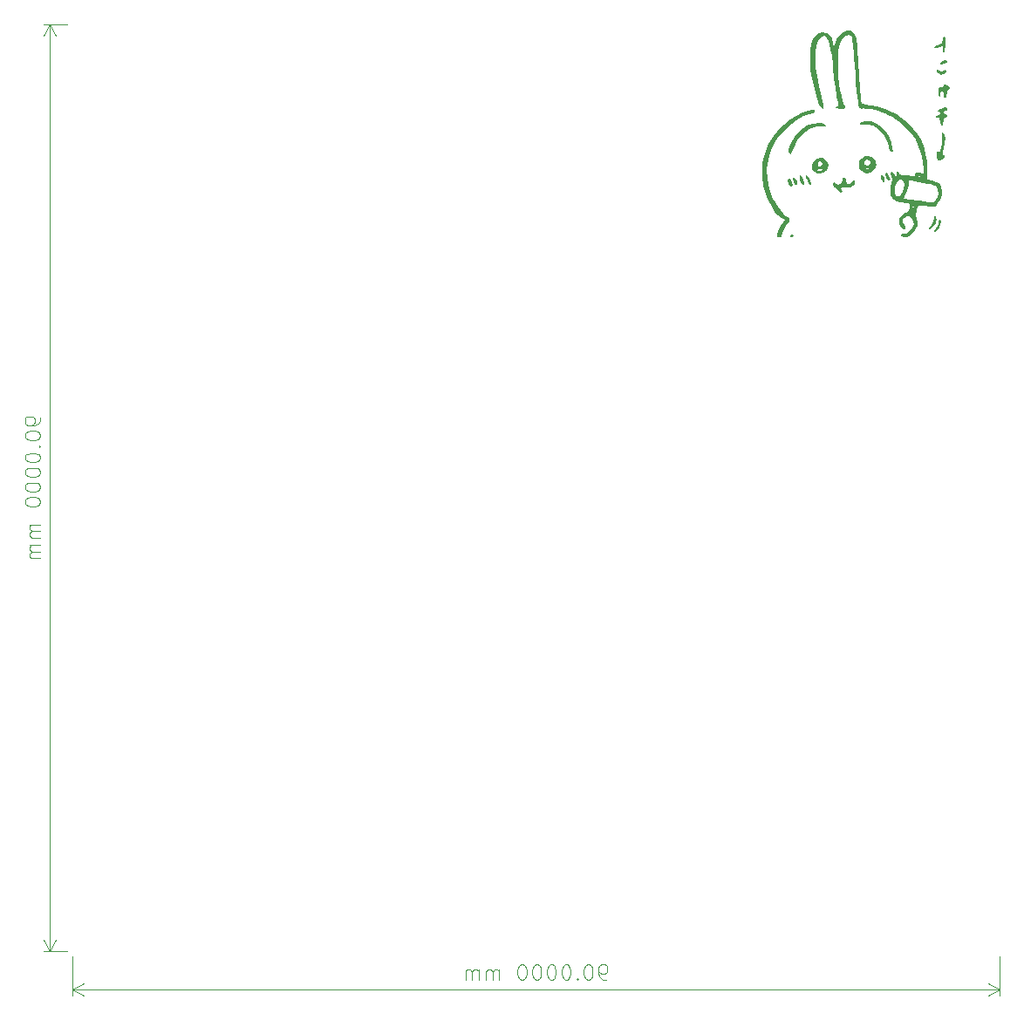
<source format=gbr>
%TF.GenerationSoftware,KiCad,Pcbnew,8.0.6-8.0.6-0~ubuntu22.04.1*%
%TF.CreationDate,2024-12-10T00:27:48+09:00*%
%TF.ProjectId,FastCANDriver,46617374-4341-44e4-9472-697665722e6b,rev?*%
%TF.SameCoordinates,Original*%
%TF.FileFunction,Legend,Bot*%
%TF.FilePolarity,Positive*%
%FSLAX46Y46*%
G04 Gerber Fmt 4.6, Leading zero omitted, Abs format (unit mm)*
G04 Created by KiCad (PCBNEW 8.0.6-8.0.6-0~ubuntu22.04.1) date 2024-12-10 00:27:48*
%MOMM*%
%LPD*%
G01*
G04 APERTURE LIST*
%ADD10C,0.100000*%
%ADD11C,0.000000*%
G04 APERTURE END LIST*
D10*
X101888728Y-93214287D02*
X101888728Y-93500001D01*
X101888728Y-93500001D02*
X101817300Y-93642858D01*
X101817300Y-93642858D02*
X101745871Y-93714287D01*
X101745871Y-93714287D02*
X101531585Y-93857144D01*
X101531585Y-93857144D02*
X101245871Y-93928573D01*
X101245871Y-93928573D02*
X100674442Y-93928573D01*
X100674442Y-93928573D02*
X100531585Y-93857144D01*
X100531585Y-93857144D02*
X100460157Y-93785716D01*
X100460157Y-93785716D02*
X100388728Y-93642858D01*
X100388728Y-93642858D02*
X100388728Y-93357144D01*
X100388728Y-93357144D02*
X100460157Y-93214287D01*
X100460157Y-93214287D02*
X100531585Y-93142858D01*
X100531585Y-93142858D02*
X100674442Y-93071430D01*
X100674442Y-93071430D02*
X101031585Y-93071430D01*
X101031585Y-93071430D02*
X101174442Y-93142858D01*
X101174442Y-93142858D02*
X101245871Y-93214287D01*
X101245871Y-93214287D02*
X101317300Y-93357144D01*
X101317300Y-93357144D02*
X101317300Y-93642858D01*
X101317300Y-93642858D02*
X101245871Y-93785716D01*
X101245871Y-93785716D02*
X101174442Y-93857144D01*
X101174442Y-93857144D02*
X101031585Y-93928573D01*
X100388728Y-94857144D02*
X100388728Y-95000001D01*
X100388728Y-95000001D02*
X100460157Y-95142858D01*
X100460157Y-95142858D02*
X100531585Y-95214287D01*
X100531585Y-95214287D02*
X100674442Y-95285715D01*
X100674442Y-95285715D02*
X100960157Y-95357144D01*
X100960157Y-95357144D02*
X101317300Y-95357144D01*
X101317300Y-95357144D02*
X101603014Y-95285715D01*
X101603014Y-95285715D02*
X101745871Y-95214287D01*
X101745871Y-95214287D02*
X101817300Y-95142858D01*
X101817300Y-95142858D02*
X101888728Y-95000001D01*
X101888728Y-95000001D02*
X101888728Y-94857144D01*
X101888728Y-94857144D02*
X101817300Y-94714287D01*
X101817300Y-94714287D02*
X101745871Y-94642858D01*
X101745871Y-94642858D02*
X101603014Y-94571429D01*
X101603014Y-94571429D02*
X101317300Y-94500001D01*
X101317300Y-94500001D02*
X100960157Y-94500001D01*
X100960157Y-94500001D02*
X100674442Y-94571429D01*
X100674442Y-94571429D02*
X100531585Y-94642858D01*
X100531585Y-94642858D02*
X100460157Y-94714287D01*
X100460157Y-94714287D02*
X100388728Y-94857144D01*
X101745871Y-96000000D02*
X101817300Y-96071429D01*
X101817300Y-96071429D02*
X101888728Y-96000000D01*
X101888728Y-96000000D02*
X101817300Y-95928572D01*
X101817300Y-95928572D02*
X101745871Y-96000000D01*
X101745871Y-96000000D02*
X101888728Y-96000000D01*
X100388728Y-97000001D02*
X100388728Y-97142858D01*
X100388728Y-97142858D02*
X100460157Y-97285715D01*
X100460157Y-97285715D02*
X100531585Y-97357144D01*
X100531585Y-97357144D02*
X100674442Y-97428572D01*
X100674442Y-97428572D02*
X100960157Y-97500001D01*
X100960157Y-97500001D02*
X101317300Y-97500001D01*
X101317300Y-97500001D02*
X101603014Y-97428572D01*
X101603014Y-97428572D02*
X101745871Y-97357144D01*
X101745871Y-97357144D02*
X101817300Y-97285715D01*
X101817300Y-97285715D02*
X101888728Y-97142858D01*
X101888728Y-97142858D02*
X101888728Y-97000001D01*
X101888728Y-97000001D02*
X101817300Y-96857144D01*
X101817300Y-96857144D02*
X101745871Y-96785715D01*
X101745871Y-96785715D02*
X101603014Y-96714286D01*
X101603014Y-96714286D02*
X101317300Y-96642858D01*
X101317300Y-96642858D02*
X100960157Y-96642858D01*
X100960157Y-96642858D02*
X100674442Y-96714286D01*
X100674442Y-96714286D02*
X100531585Y-96785715D01*
X100531585Y-96785715D02*
X100460157Y-96857144D01*
X100460157Y-96857144D02*
X100388728Y-97000001D01*
X100388728Y-98428572D02*
X100388728Y-98571429D01*
X100388728Y-98571429D02*
X100460157Y-98714286D01*
X100460157Y-98714286D02*
X100531585Y-98785715D01*
X100531585Y-98785715D02*
X100674442Y-98857143D01*
X100674442Y-98857143D02*
X100960157Y-98928572D01*
X100960157Y-98928572D02*
X101317300Y-98928572D01*
X101317300Y-98928572D02*
X101603014Y-98857143D01*
X101603014Y-98857143D02*
X101745871Y-98785715D01*
X101745871Y-98785715D02*
X101817300Y-98714286D01*
X101817300Y-98714286D02*
X101888728Y-98571429D01*
X101888728Y-98571429D02*
X101888728Y-98428572D01*
X101888728Y-98428572D02*
X101817300Y-98285715D01*
X101817300Y-98285715D02*
X101745871Y-98214286D01*
X101745871Y-98214286D02*
X101603014Y-98142857D01*
X101603014Y-98142857D02*
X101317300Y-98071429D01*
X101317300Y-98071429D02*
X100960157Y-98071429D01*
X100960157Y-98071429D02*
X100674442Y-98142857D01*
X100674442Y-98142857D02*
X100531585Y-98214286D01*
X100531585Y-98214286D02*
X100460157Y-98285715D01*
X100460157Y-98285715D02*
X100388728Y-98428572D01*
X100388728Y-99857143D02*
X100388728Y-100000000D01*
X100388728Y-100000000D02*
X100460157Y-100142857D01*
X100460157Y-100142857D02*
X100531585Y-100214286D01*
X100531585Y-100214286D02*
X100674442Y-100285714D01*
X100674442Y-100285714D02*
X100960157Y-100357143D01*
X100960157Y-100357143D02*
X101317300Y-100357143D01*
X101317300Y-100357143D02*
X101603014Y-100285714D01*
X101603014Y-100285714D02*
X101745871Y-100214286D01*
X101745871Y-100214286D02*
X101817300Y-100142857D01*
X101817300Y-100142857D02*
X101888728Y-100000000D01*
X101888728Y-100000000D02*
X101888728Y-99857143D01*
X101888728Y-99857143D02*
X101817300Y-99714286D01*
X101817300Y-99714286D02*
X101745871Y-99642857D01*
X101745871Y-99642857D02*
X101603014Y-99571428D01*
X101603014Y-99571428D02*
X101317300Y-99500000D01*
X101317300Y-99500000D02*
X100960157Y-99500000D01*
X100960157Y-99500000D02*
X100674442Y-99571428D01*
X100674442Y-99571428D02*
X100531585Y-99642857D01*
X100531585Y-99642857D02*
X100460157Y-99714286D01*
X100460157Y-99714286D02*
X100388728Y-99857143D01*
X100388728Y-101285714D02*
X100388728Y-101428571D01*
X100388728Y-101428571D02*
X100460157Y-101571428D01*
X100460157Y-101571428D02*
X100531585Y-101642857D01*
X100531585Y-101642857D02*
X100674442Y-101714285D01*
X100674442Y-101714285D02*
X100960157Y-101785714D01*
X100960157Y-101785714D02*
X101317300Y-101785714D01*
X101317300Y-101785714D02*
X101603014Y-101714285D01*
X101603014Y-101714285D02*
X101745871Y-101642857D01*
X101745871Y-101642857D02*
X101817300Y-101571428D01*
X101817300Y-101571428D02*
X101888728Y-101428571D01*
X101888728Y-101428571D02*
X101888728Y-101285714D01*
X101888728Y-101285714D02*
X101817300Y-101142857D01*
X101817300Y-101142857D02*
X101745871Y-101071428D01*
X101745871Y-101071428D02*
X101603014Y-100999999D01*
X101603014Y-100999999D02*
X101317300Y-100928571D01*
X101317300Y-100928571D02*
X100960157Y-100928571D01*
X100960157Y-100928571D02*
X100674442Y-100999999D01*
X100674442Y-100999999D02*
X100531585Y-101071428D01*
X100531585Y-101071428D02*
X100460157Y-101142857D01*
X100460157Y-101142857D02*
X100388728Y-101285714D01*
X101888728Y-103571427D02*
X100888728Y-103571427D01*
X101031585Y-103571427D02*
X100960157Y-103642856D01*
X100960157Y-103642856D02*
X100888728Y-103785713D01*
X100888728Y-103785713D02*
X100888728Y-103999999D01*
X100888728Y-103999999D02*
X100960157Y-104142856D01*
X100960157Y-104142856D02*
X101103014Y-104214285D01*
X101103014Y-104214285D02*
X101888728Y-104214285D01*
X101103014Y-104214285D02*
X100960157Y-104285713D01*
X100960157Y-104285713D02*
X100888728Y-104428570D01*
X100888728Y-104428570D02*
X100888728Y-104642856D01*
X100888728Y-104642856D02*
X100960157Y-104785713D01*
X100960157Y-104785713D02*
X101103014Y-104857142D01*
X101103014Y-104857142D02*
X101888728Y-104857142D01*
X101888728Y-105571427D02*
X100888728Y-105571427D01*
X101031585Y-105571427D02*
X100960157Y-105642856D01*
X100960157Y-105642856D02*
X100888728Y-105785713D01*
X100888728Y-105785713D02*
X100888728Y-105999999D01*
X100888728Y-105999999D02*
X100960157Y-106142856D01*
X100960157Y-106142856D02*
X101103014Y-106214285D01*
X101103014Y-106214285D02*
X101888728Y-106214285D01*
X101103014Y-106214285D02*
X100960157Y-106285713D01*
X100960157Y-106285713D02*
X100888728Y-106428570D01*
X100888728Y-106428570D02*
X100888728Y-106642856D01*
X100888728Y-106642856D02*
X100960157Y-106785713D01*
X100960157Y-106785713D02*
X101103014Y-106857142D01*
X101103014Y-106857142D02*
X101888728Y-106857142D01*
X104500000Y-55000000D02*
X102213580Y-55000000D01*
X104500000Y-145000000D02*
X102213580Y-145000000D01*
X102800000Y-55000000D02*
X102800000Y-145000000D01*
X102800000Y-55000000D02*
X102800000Y-145000000D01*
X102800000Y-55000000D02*
X103386421Y-56126504D01*
X102800000Y-55000000D02*
X102213579Y-56126504D01*
X102800000Y-145000000D02*
X102213579Y-143873496D01*
X102800000Y-145000000D02*
X103386421Y-143873496D01*
X156785712Y-147788728D02*
X156499998Y-147788728D01*
X156499998Y-147788728D02*
X156357141Y-147717300D01*
X156357141Y-147717300D02*
X156285712Y-147645871D01*
X156285712Y-147645871D02*
X156142855Y-147431585D01*
X156142855Y-147431585D02*
X156071426Y-147145871D01*
X156071426Y-147145871D02*
X156071426Y-146574442D01*
X156071426Y-146574442D02*
X156142855Y-146431585D01*
X156142855Y-146431585D02*
X156214284Y-146360157D01*
X156214284Y-146360157D02*
X156357141Y-146288728D01*
X156357141Y-146288728D02*
X156642855Y-146288728D01*
X156642855Y-146288728D02*
X156785712Y-146360157D01*
X156785712Y-146360157D02*
X156857141Y-146431585D01*
X156857141Y-146431585D02*
X156928569Y-146574442D01*
X156928569Y-146574442D02*
X156928569Y-146931585D01*
X156928569Y-146931585D02*
X156857141Y-147074442D01*
X156857141Y-147074442D02*
X156785712Y-147145871D01*
X156785712Y-147145871D02*
X156642855Y-147217300D01*
X156642855Y-147217300D02*
X156357141Y-147217300D01*
X156357141Y-147217300D02*
X156214284Y-147145871D01*
X156214284Y-147145871D02*
X156142855Y-147074442D01*
X156142855Y-147074442D02*
X156071426Y-146931585D01*
X155142855Y-146288728D02*
X154999998Y-146288728D01*
X154999998Y-146288728D02*
X154857141Y-146360157D01*
X154857141Y-146360157D02*
X154785713Y-146431585D01*
X154785713Y-146431585D02*
X154714284Y-146574442D01*
X154714284Y-146574442D02*
X154642855Y-146860157D01*
X154642855Y-146860157D02*
X154642855Y-147217300D01*
X154642855Y-147217300D02*
X154714284Y-147503014D01*
X154714284Y-147503014D02*
X154785713Y-147645871D01*
X154785713Y-147645871D02*
X154857141Y-147717300D01*
X154857141Y-147717300D02*
X154999998Y-147788728D01*
X154999998Y-147788728D02*
X155142855Y-147788728D01*
X155142855Y-147788728D02*
X155285713Y-147717300D01*
X155285713Y-147717300D02*
X155357141Y-147645871D01*
X155357141Y-147645871D02*
X155428570Y-147503014D01*
X155428570Y-147503014D02*
X155499998Y-147217300D01*
X155499998Y-147217300D02*
X155499998Y-146860157D01*
X155499998Y-146860157D02*
X155428570Y-146574442D01*
X155428570Y-146574442D02*
X155357141Y-146431585D01*
X155357141Y-146431585D02*
X155285713Y-146360157D01*
X155285713Y-146360157D02*
X155142855Y-146288728D01*
X153999999Y-147645871D02*
X153928570Y-147717300D01*
X153928570Y-147717300D02*
X153999999Y-147788728D01*
X153999999Y-147788728D02*
X154071427Y-147717300D01*
X154071427Y-147717300D02*
X153999999Y-147645871D01*
X153999999Y-147645871D02*
X153999999Y-147788728D01*
X152999998Y-146288728D02*
X152857141Y-146288728D01*
X152857141Y-146288728D02*
X152714284Y-146360157D01*
X152714284Y-146360157D02*
X152642856Y-146431585D01*
X152642856Y-146431585D02*
X152571427Y-146574442D01*
X152571427Y-146574442D02*
X152499998Y-146860157D01*
X152499998Y-146860157D02*
X152499998Y-147217300D01*
X152499998Y-147217300D02*
X152571427Y-147503014D01*
X152571427Y-147503014D02*
X152642856Y-147645871D01*
X152642856Y-147645871D02*
X152714284Y-147717300D01*
X152714284Y-147717300D02*
X152857141Y-147788728D01*
X152857141Y-147788728D02*
X152999998Y-147788728D01*
X152999998Y-147788728D02*
X153142856Y-147717300D01*
X153142856Y-147717300D02*
X153214284Y-147645871D01*
X153214284Y-147645871D02*
X153285713Y-147503014D01*
X153285713Y-147503014D02*
X153357141Y-147217300D01*
X153357141Y-147217300D02*
X153357141Y-146860157D01*
X153357141Y-146860157D02*
X153285713Y-146574442D01*
X153285713Y-146574442D02*
X153214284Y-146431585D01*
X153214284Y-146431585D02*
X153142856Y-146360157D01*
X153142856Y-146360157D02*
X152999998Y-146288728D01*
X151571427Y-146288728D02*
X151428570Y-146288728D01*
X151428570Y-146288728D02*
X151285713Y-146360157D01*
X151285713Y-146360157D02*
X151214285Y-146431585D01*
X151214285Y-146431585D02*
X151142856Y-146574442D01*
X151142856Y-146574442D02*
X151071427Y-146860157D01*
X151071427Y-146860157D02*
X151071427Y-147217300D01*
X151071427Y-147217300D02*
X151142856Y-147503014D01*
X151142856Y-147503014D02*
X151214285Y-147645871D01*
X151214285Y-147645871D02*
X151285713Y-147717300D01*
X151285713Y-147717300D02*
X151428570Y-147788728D01*
X151428570Y-147788728D02*
X151571427Y-147788728D01*
X151571427Y-147788728D02*
X151714285Y-147717300D01*
X151714285Y-147717300D02*
X151785713Y-147645871D01*
X151785713Y-147645871D02*
X151857142Y-147503014D01*
X151857142Y-147503014D02*
X151928570Y-147217300D01*
X151928570Y-147217300D02*
X151928570Y-146860157D01*
X151928570Y-146860157D02*
X151857142Y-146574442D01*
X151857142Y-146574442D02*
X151785713Y-146431585D01*
X151785713Y-146431585D02*
X151714285Y-146360157D01*
X151714285Y-146360157D02*
X151571427Y-146288728D01*
X150142856Y-146288728D02*
X149999999Y-146288728D01*
X149999999Y-146288728D02*
X149857142Y-146360157D01*
X149857142Y-146360157D02*
X149785714Y-146431585D01*
X149785714Y-146431585D02*
X149714285Y-146574442D01*
X149714285Y-146574442D02*
X149642856Y-146860157D01*
X149642856Y-146860157D02*
X149642856Y-147217300D01*
X149642856Y-147217300D02*
X149714285Y-147503014D01*
X149714285Y-147503014D02*
X149785714Y-147645871D01*
X149785714Y-147645871D02*
X149857142Y-147717300D01*
X149857142Y-147717300D02*
X149999999Y-147788728D01*
X149999999Y-147788728D02*
X150142856Y-147788728D01*
X150142856Y-147788728D02*
X150285714Y-147717300D01*
X150285714Y-147717300D02*
X150357142Y-147645871D01*
X150357142Y-147645871D02*
X150428571Y-147503014D01*
X150428571Y-147503014D02*
X150499999Y-147217300D01*
X150499999Y-147217300D02*
X150499999Y-146860157D01*
X150499999Y-146860157D02*
X150428571Y-146574442D01*
X150428571Y-146574442D02*
X150357142Y-146431585D01*
X150357142Y-146431585D02*
X150285714Y-146360157D01*
X150285714Y-146360157D02*
X150142856Y-146288728D01*
X148714285Y-146288728D02*
X148571428Y-146288728D01*
X148571428Y-146288728D02*
X148428571Y-146360157D01*
X148428571Y-146360157D02*
X148357143Y-146431585D01*
X148357143Y-146431585D02*
X148285714Y-146574442D01*
X148285714Y-146574442D02*
X148214285Y-146860157D01*
X148214285Y-146860157D02*
X148214285Y-147217300D01*
X148214285Y-147217300D02*
X148285714Y-147503014D01*
X148285714Y-147503014D02*
X148357143Y-147645871D01*
X148357143Y-147645871D02*
X148428571Y-147717300D01*
X148428571Y-147717300D02*
X148571428Y-147788728D01*
X148571428Y-147788728D02*
X148714285Y-147788728D01*
X148714285Y-147788728D02*
X148857143Y-147717300D01*
X148857143Y-147717300D02*
X148928571Y-147645871D01*
X148928571Y-147645871D02*
X149000000Y-147503014D01*
X149000000Y-147503014D02*
X149071428Y-147217300D01*
X149071428Y-147217300D02*
X149071428Y-146860157D01*
X149071428Y-146860157D02*
X149000000Y-146574442D01*
X149000000Y-146574442D02*
X148928571Y-146431585D01*
X148928571Y-146431585D02*
X148857143Y-146360157D01*
X148857143Y-146360157D02*
X148714285Y-146288728D01*
X146428572Y-147788728D02*
X146428572Y-146788728D01*
X146428572Y-146931585D02*
X146357143Y-146860157D01*
X146357143Y-146860157D02*
X146214286Y-146788728D01*
X146214286Y-146788728D02*
X146000000Y-146788728D01*
X146000000Y-146788728D02*
X145857143Y-146860157D01*
X145857143Y-146860157D02*
X145785715Y-147003014D01*
X145785715Y-147003014D02*
X145785715Y-147788728D01*
X145785715Y-147003014D02*
X145714286Y-146860157D01*
X145714286Y-146860157D02*
X145571429Y-146788728D01*
X145571429Y-146788728D02*
X145357143Y-146788728D01*
X145357143Y-146788728D02*
X145214286Y-146860157D01*
X145214286Y-146860157D02*
X145142857Y-147003014D01*
X145142857Y-147003014D02*
X145142857Y-147788728D01*
X144428572Y-147788728D02*
X144428572Y-146788728D01*
X144428572Y-146931585D02*
X144357143Y-146860157D01*
X144357143Y-146860157D02*
X144214286Y-146788728D01*
X144214286Y-146788728D02*
X144000000Y-146788728D01*
X144000000Y-146788728D02*
X143857143Y-146860157D01*
X143857143Y-146860157D02*
X143785715Y-147003014D01*
X143785715Y-147003014D02*
X143785715Y-147788728D01*
X143785715Y-147003014D02*
X143714286Y-146860157D01*
X143714286Y-146860157D02*
X143571429Y-146788728D01*
X143571429Y-146788728D02*
X143357143Y-146788728D01*
X143357143Y-146788728D02*
X143214286Y-146860157D01*
X143214286Y-146860157D02*
X143142857Y-147003014D01*
X143142857Y-147003014D02*
X143142857Y-147788728D01*
X105000000Y-145500000D02*
X105000000Y-149286420D01*
X195000000Y-145500000D02*
X195000000Y-149286420D01*
X105000000Y-148700000D02*
X195000000Y-148700000D01*
X105000000Y-148700000D02*
X195000000Y-148700000D01*
X105000000Y-148700000D02*
X106126504Y-148113579D01*
X105000000Y-148700000D02*
X106126504Y-149286421D01*
X195000000Y-148700000D02*
X193873496Y-149286421D01*
X195000000Y-148700000D02*
X193873496Y-148113579D01*
D11*
%TO.C,G\u002A\u002A\u002A*%
G36*
X174909851Y-75429571D02*
G01*
X174980437Y-75533000D01*
X174949008Y-75607060D01*
X174811104Y-75660000D01*
X174712357Y-75636428D01*
X174641770Y-75533000D01*
X174673200Y-75458939D01*
X174811104Y-75406000D01*
X174909851Y-75429571D01*
G37*
G36*
X189877417Y-58606593D02*
G01*
X189821498Y-58726479D01*
X189607443Y-58850187D01*
X189433640Y-58911439D01*
X189260642Y-58916217D01*
X189204437Y-58808510D01*
X189210050Y-58786442D01*
X189312299Y-58686872D01*
X189490632Y-58586134D01*
X189676059Y-58518073D01*
X189799590Y-58516536D01*
X189877417Y-58606593D01*
G37*
G36*
X174652626Y-70011548D02*
G01*
X174766740Y-70151455D01*
X174858271Y-70362779D01*
X174895770Y-70583983D01*
X174856301Y-70721741D01*
X174754492Y-70740991D01*
X174626300Y-70645999D01*
X174507757Y-70449273D01*
X174434101Y-70217736D01*
X174452843Y-70044478D01*
X174590844Y-69987333D01*
X174652626Y-70011548D01*
G37*
G36*
X184071144Y-69403396D02*
G01*
X184160325Y-69513949D01*
X184261383Y-69702984D01*
X184344145Y-69908696D01*
X184378437Y-70069280D01*
X184352963Y-70117112D01*
X184223309Y-70156666D01*
X184084315Y-70081849D01*
X183972947Y-69846363D01*
X183919952Y-69623380D01*
X183935800Y-69449728D01*
X184049088Y-69394666D01*
X184071144Y-69403396D01*
G37*
G36*
X183605991Y-69576769D02*
G01*
X183707227Y-69698015D01*
X183795399Y-69893437D01*
X183844651Y-70096253D01*
X183829127Y-70239678D01*
X183753953Y-70314411D01*
X183637095Y-70287796D01*
X183529675Y-70108821D01*
X183522658Y-70090025D01*
X183454781Y-69819699D01*
X183470503Y-69633402D01*
X183567538Y-69564000D01*
X183605991Y-69576769D01*
G37*
G36*
X175141637Y-69937639D02*
G01*
X175188065Y-69985636D01*
X175314815Y-70191587D01*
X175380821Y-70413921D01*
X175361316Y-70580195D01*
X175326108Y-70619669D01*
X175214009Y-70616657D01*
X175090032Y-70481545D01*
X174978840Y-70236495D01*
X174930895Y-70067325D01*
X174918027Y-69883766D01*
X174989385Y-69838498D01*
X175141637Y-69937639D01*
G37*
G36*
X175725917Y-69696223D02*
G01*
X175837660Y-69838884D01*
X175949354Y-70063029D01*
X176041673Y-70347166D01*
X176060576Y-70435461D01*
X176047741Y-70551749D01*
X175937958Y-70580000D01*
X175832375Y-70534050D01*
X175704474Y-70362087D01*
X175609981Y-70109429D01*
X175573104Y-69826099D01*
X175579595Y-69741327D01*
X175633453Y-69656540D01*
X175725917Y-69696223D01*
G37*
G36*
X176306924Y-69652440D02*
G01*
X176411988Y-69751675D01*
X176532886Y-69943376D01*
X176641602Y-70170670D01*
X176710118Y-70376681D01*
X176710417Y-70504535D01*
X176697381Y-70523955D01*
X176593963Y-70575541D01*
X176473478Y-70465937D01*
X176332095Y-70191980D01*
X176224792Y-69928207D01*
X176175770Y-69752396D01*
X176197926Y-69669471D01*
X176288809Y-69648666D01*
X176306924Y-69652440D01*
G37*
G36*
X189107036Y-59434808D02*
G01*
X189192983Y-59501339D01*
X189414547Y-59567534D01*
X189610837Y-59471733D01*
X189701900Y-59414268D01*
X189818270Y-59477743D01*
X189851538Y-59518080D01*
X189853796Y-59616926D01*
X189724224Y-59748676D01*
X189533422Y-59869201D01*
X189286649Y-59894077D01*
X189030365Y-59755854D01*
X188908209Y-59619901D01*
X188895750Y-59447996D01*
X188926338Y-59377403D01*
X188987963Y-59343732D01*
X189107036Y-59434808D01*
G37*
G36*
X188786416Y-73606359D02*
G01*
X188851621Y-73791410D01*
X188861722Y-73912255D01*
X188791598Y-74274632D01*
X188561936Y-74637474D01*
X188517317Y-74687820D01*
X188350220Y-74837690D01*
X188223244Y-74898000D01*
X188133947Y-74875713D01*
X188118571Y-74780205D01*
X188236353Y-74639366D01*
X188394740Y-74457400D01*
X188551120Y-74133614D01*
X188611770Y-73794482D01*
X188625761Y-73668435D01*
X188696143Y-73565560D01*
X188786416Y-73606359D01*
G37*
G36*
X189289884Y-74064581D02*
G01*
X189301557Y-74240708D01*
X189265011Y-74467238D01*
X189185909Y-74699169D01*
X189069911Y-74891503D01*
X189025317Y-74941823D01*
X188858224Y-75091690D01*
X188731244Y-75152000D01*
X188684796Y-75149662D01*
X188621337Y-75109676D01*
X188665381Y-75000754D01*
X188823437Y-74797892D01*
X188854654Y-74759425D01*
X188987438Y-74559438D01*
X189048000Y-74404670D01*
X189054001Y-74336543D01*
X189069526Y-74142935D01*
X189081643Y-74092431D01*
X189183630Y-73987713D01*
X189224330Y-73983854D01*
X189289884Y-74064581D01*
G37*
G36*
X189709892Y-56240610D02*
G01*
X189719454Y-56259310D01*
X189740995Y-56415090D01*
X189746301Y-56681013D01*
X189733970Y-57012166D01*
X189721678Y-57187327D01*
X189686604Y-57492653D01*
X189639228Y-57659808D01*
X189574559Y-57710666D01*
X189489531Y-57639918D01*
X189458437Y-57418089D01*
X189458437Y-57125511D01*
X189106563Y-57249659D01*
X189007990Y-57281963D01*
X188808544Y-57329604D01*
X188707391Y-57326509D01*
X188684554Y-57258545D01*
X188757780Y-57130725D01*
X188925466Y-57003413D01*
X189149231Y-56912567D01*
X189348061Y-56846651D01*
X189439049Y-56746114D01*
X189458437Y-56557731D01*
X189460511Y-56497228D01*
X189507965Y-56294878D01*
X189599406Y-56198855D01*
X189709892Y-56240610D01*
G37*
G36*
X182578655Y-64439054D02*
G01*
X183040052Y-64623029D01*
X183480611Y-64935338D01*
X183878850Y-65352262D01*
X184213291Y-65850079D01*
X184462452Y-66405068D01*
X184604855Y-66993510D01*
X184613751Y-67060835D01*
X184626784Y-67258040D01*
X184589072Y-67343890D01*
X184486405Y-67362666D01*
X184473256Y-67362432D01*
X184371573Y-67326187D01*
X184310079Y-67200377D01*
X184267905Y-66945123D01*
X184238354Y-66756975D01*
X184097456Y-66314659D01*
X183844247Y-65886827D01*
X183457015Y-65432991D01*
X183111098Y-65109621D01*
X182711383Y-64848526D01*
X182307407Y-64721800D01*
X181867246Y-64715025D01*
X181801942Y-64721475D01*
X181562630Y-64733426D01*
X181445885Y-64706278D01*
X181415104Y-64633428D01*
X181433350Y-64578937D01*
X181583823Y-64483692D01*
X181866093Y-64421556D01*
X182255730Y-64399333D01*
X182578655Y-64439054D01*
G37*
G36*
X177719651Y-64597426D02*
G01*
X177990739Y-64690918D01*
X178003300Y-64699300D01*
X178133708Y-64813988D01*
X178155691Y-64892931D01*
X178053610Y-64920939D01*
X177829575Y-64941724D01*
X177534512Y-64949666D01*
X177330530Y-64955170D01*
X176922296Y-65016488D01*
X176561126Y-65162728D01*
X176203961Y-65414946D01*
X175807746Y-65794202D01*
X175392338Y-66298320D01*
X175063698Y-66849034D01*
X174864747Y-67383833D01*
X174798840Y-67558178D01*
X174697041Y-67605237D01*
X174557874Y-67490594D01*
X174513985Y-67410785D01*
X174502528Y-67166807D01*
X174592999Y-66849037D01*
X174768084Y-66483576D01*
X175010466Y-66096527D01*
X175302828Y-65713993D01*
X175627854Y-65362077D01*
X175968229Y-65066881D01*
X176306635Y-64854507D01*
X176493549Y-64772674D01*
X176923977Y-64642877D01*
X177348370Y-64582937D01*
X177719651Y-64597426D01*
G37*
G36*
X189772302Y-60856385D02*
G01*
X189887900Y-60940977D01*
X190093437Y-61048420D01*
X190199419Y-61094573D01*
X190199695Y-61152292D01*
X190072270Y-61265361D01*
X189945170Y-61417998D01*
X189881770Y-61710626D01*
X189881588Y-61734162D01*
X189863649Y-61941054D01*
X189825326Y-62056888D01*
X189799170Y-62080819D01*
X189667595Y-62122477D01*
X189576897Y-62015085D01*
X189543104Y-61774666D01*
X189540682Y-61697056D01*
X189493374Y-61485479D01*
X189410820Y-61422622D01*
X189326288Y-61511093D01*
X189273048Y-61753500D01*
X189248676Y-61925939D01*
X189197465Y-62041484D01*
X189141319Y-62013917D01*
X189096042Y-61856917D01*
X189077437Y-61584166D01*
X189080254Y-61383263D01*
X189104160Y-61216583D01*
X189170795Y-61141760D01*
X189301649Y-61113708D01*
X189451445Y-61067118D01*
X189573181Y-60906796D01*
X189596454Y-60828474D01*
X189654082Y-60774743D01*
X189772302Y-60856385D01*
G37*
G36*
X189595689Y-65551263D02*
G01*
X189682774Y-65745064D01*
X189710881Y-66066746D01*
X189678830Y-66498870D01*
X189585437Y-67024000D01*
X189580549Y-67046219D01*
X189510131Y-67371092D01*
X189475411Y-67565653D01*
X189476389Y-67663289D01*
X189513064Y-67697386D01*
X189585437Y-67701333D01*
X189694727Y-67740055D01*
X189683357Y-67860219D01*
X189537975Y-68045128D01*
X189396474Y-68146232D01*
X189148314Y-68193295D01*
X189068800Y-68179280D01*
X188976003Y-68121710D01*
X188927282Y-67984372D01*
X188898926Y-67722500D01*
X188889108Y-67529767D01*
X188907655Y-67334620D01*
X188975236Y-67286667D01*
X189098150Y-67374913D01*
X189109420Y-67385649D01*
X189187545Y-67403511D01*
X189241439Y-67269079D01*
X189291060Y-67048200D01*
X189374898Y-66635788D01*
X189419395Y-66328514D01*
X189429395Y-66086055D01*
X189409742Y-65868090D01*
X189386401Y-65657434D01*
X189405711Y-65532899D01*
X189482099Y-65500000D01*
X189595689Y-65551263D01*
G37*
G36*
X189836245Y-63074059D02*
G01*
X189943265Y-63151614D01*
X189944101Y-63269113D01*
X189802961Y-63357269D01*
X189755273Y-63372166D01*
X189610186Y-63479806D01*
X189611212Y-63612699D01*
X189763270Y-63725231D01*
X189805270Y-63743192D01*
X189932592Y-63857442D01*
X189904850Y-63972666D01*
X189726972Y-64045388D01*
X189632730Y-64072812D01*
X189561062Y-64173474D01*
X189543104Y-64391110D01*
X189542437Y-64440949D01*
X189523748Y-64651438D01*
X189487394Y-64765487D01*
X189426083Y-64792669D01*
X189322385Y-64727508D01*
X189238784Y-64564810D01*
X189204437Y-64347631D01*
X189197517Y-64201000D01*
X189147638Y-64095389D01*
X189023270Y-64082831D01*
X188904207Y-64081121D01*
X188815309Y-64018971D01*
X188858074Y-63918549D01*
X189031256Y-63820694D01*
X189080514Y-63802348D01*
X189253353Y-63698485D01*
X189267803Y-63596363D01*
X189119770Y-63510333D01*
X189020193Y-63464879D01*
X188950437Y-63384630D01*
X188952589Y-63373891D01*
X189047453Y-63293496D01*
X189241064Y-63203046D01*
X189475610Y-63122809D01*
X189693275Y-63073057D01*
X189836245Y-63074059D01*
G37*
G36*
X178361495Y-68635121D02*
G01*
X178313944Y-68940464D01*
X178204393Y-69104729D01*
X178119617Y-69231846D01*
X177898055Y-69395098D01*
X177588428Y-69489157D01*
X177281914Y-69467400D01*
X177016252Y-69341215D01*
X176845119Y-69140666D01*
X177308770Y-69140666D01*
X177384882Y-69200353D01*
X177570910Y-69216030D01*
X177774437Y-69140666D01*
X177815949Y-69104729D01*
X177774005Y-69068628D01*
X177578940Y-69057296D01*
X177521675Y-69058129D01*
X177345679Y-69084345D01*
X177308770Y-69140666D01*
X176845119Y-69140666D01*
X176829181Y-69121988D01*
X176758437Y-68821108D01*
X176764647Y-68745419D01*
X176819844Y-68599391D01*
X177351104Y-68599391D01*
X177379262Y-68739140D01*
X177503504Y-68802000D01*
X177550902Y-68798994D01*
X177727139Y-68726761D01*
X177832563Y-68594805D01*
X177842457Y-68452207D01*
X177732104Y-68348048D01*
X177584396Y-68323300D01*
X177416740Y-68403897D01*
X177351104Y-68599391D01*
X176819844Y-68599391D01*
X176867555Y-68473167D01*
X177062646Y-68218108D01*
X177305155Y-68029183D01*
X177550320Y-67955333D01*
X177777875Y-67981509D01*
X178078022Y-68121026D01*
X178277708Y-68350436D01*
X178307661Y-68452207D01*
X178361495Y-68635121D01*
G37*
G36*
X179923164Y-69919889D02*
G01*
X180064997Y-69997419D01*
X180118411Y-70191518D01*
X180159871Y-70377965D01*
X180242354Y-70503110D01*
X180266233Y-70515123D01*
X180437685Y-70509830D01*
X180610389Y-70401527D01*
X180716339Y-70229475D01*
X180740260Y-70164055D01*
X180826851Y-70095940D01*
X180917997Y-70163191D01*
X180975716Y-70348394D01*
X180955455Y-70527250D01*
X180807410Y-70706698D01*
X180545658Y-70804892D01*
X180196965Y-70806100D01*
X180112005Y-70796802D01*
X179844540Y-70803402D01*
X179663492Y-70862542D01*
X179596415Y-70959832D01*
X179670860Y-71080881D01*
X179739710Y-71160985D01*
X179755278Y-71271614D01*
X179745905Y-71284904D01*
X179621266Y-71332380D01*
X179467077Y-71270148D01*
X179347508Y-71121787D01*
X179230442Y-70977432D01*
X179030008Y-70854470D01*
X178870442Y-70761302D01*
X178790437Y-70592351D01*
X178790604Y-70579803D01*
X178843098Y-70406251D01*
X178957605Y-70351759D01*
X179087782Y-70440065D01*
X179147615Y-70506665D01*
X179334507Y-70588907D01*
X179521075Y-70540381D01*
X179664452Y-70381791D01*
X179721770Y-70133844D01*
X179725612Y-70037237D01*
X179774523Y-69926589D01*
X179910765Y-69917944D01*
X179923164Y-69919889D01*
G37*
G36*
X183024782Y-68552631D02*
G01*
X182951065Y-68890797D01*
X182858252Y-69022177D01*
X182745448Y-69181854D01*
X182429363Y-69384842D01*
X182169474Y-69459591D01*
X181875954Y-69434301D01*
X181590933Y-69260140D01*
X181573676Y-69245499D01*
X181417651Y-69083212D01*
X181387026Y-69005552D01*
X182004915Y-69005552D01*
X182023068Y-69027529D01*
X182177104Y-69036357D01*
X182234549Y-69035538D01*
X182351621Y-69022177D01*
X182325270Y-68997637D01*
X182243671Y-68984469D01*
X182028937Y-68997637D01*
X182004915Y-69005552D01*
X181387026Y-69005552D01*
X181347018Y-68904097D01*
X181330437Y-68632666D01*
X181330514Y-68605554D01*
X181347606Y-68379848D01*
X181849170Y-68379848D01*
X181891281Y-68528421D01*
X181989265Y-68639379D01*
X182180633Y-68695303D01*
X182378494Y-68588514D01*
X182493549Y-68439023D01*
X182478576Y-68308497D01*
X182300976Y-68192502D01*
X182242908Y-68167722D01*
X182081446Y-68144048D01*
X181942578Y-68238240D01*
X181849170Y-68379848D01*
X181347606Y-68379848D01*
X181350293Y-68344370D01*
X181426653Y-68169412D01*
X181590933Y-68005192D01*
X181883343Y-67834268D01*
X182225086Y-67775392D01*
X182550048Y-67842081D01*
X182817949Y-68025367D01*
X182988511Y-68316286D01*
X183007347Y-68439023D01*
X183024782Y-68552631D01*
G37*
G36*
X176902479Y-63299248D02*
G01*
X177056393Y-63334535D01*
X177082145Y-63438279D01*
X177054475Y-63489780D01*
X176876061Y-63604268D01*
X176544881Y-63717370D01*
X175962922Y-63928405D01*
X175258359Y-64325395D01*
X174544458Y-64883403D01*
X174387659Y-65023963D01*
X173983591Y-65408803D01*
X173670227Y-65754413D01*
X173410904Y-66103890D01*
X173168959Y-66500333D01*
X172836611Y-67180335D01*
X172539277Y-68110350D01*
X172407988Y-69060572D01*
X172442989Y-70022375D01*
X172644529Y-70987133D01*
X173012854Y-71946220D01*
X173205549Y-72304223D01*
X173460844Y-72698257D01*
X173741747Y-73072978D01*
X174021964Y-73395847D01*
X174275200Y-73634322D01*
X174475160Y-73755864D01*
X174568635Y-73800732D01*
X174631464Y-73928663D01*
X174558626Y-74127871D01*
X174347826Y-74410156D01*
X174253268Y-74534547D01*
X174058798Y-74868867D01*
X173922127Y-75206782D01*
X173880508Y-75343914D01*
X173799111Y-75545547D01*
X173708602Y-75637894D01*
X173579459Y-75660000D01*
X173475541Y-75653805D01*
X173402442Y-75593967D01*
X173422704Y-75427166D01*
X173450544Y-75322143D01*
X173588335Y-74939792D01*
X173772189Y-74543926D01*
X173961913Y-74224211D01*
X174134949Y-73981205D01*
X173843947Y-73801356D01*
X173813959Y-73782482D01*
X173492233Y-73528909D01*
X173194304Y-73186907D01*
X172900801Y-72730680D01*
X172592356Y-72134431D01*
X172320705Y-71499708D01*
X172078272Y-70682373D01*
X171961614Y-69844380D01*
X171959530Y-68929000D01*
X172002743Y-68453266D01*
X172204920Y-67518438D01*
X172562149Y-66641968D01*
X173077930Y-65816269D01*
X173755762Y-65033752D01*
X174084328Y-64722931D01*
X174667742Y-64251049D01*
X175264935Y-63857362D01*
X175848456Y-63557189D01*
X176390854Y-63365850D01*
X176864679Y-63298666D01*
X176902479Y-63299248D01*
G37*
G36*
X187976770Y-70068984D02*
G01*
X188442437Y-70163676D01*
X188625222Y-70210338D01*
X188907464Y-70317553D01*
X189099555Y-70434836D01*
X189119792Y-70454180D01*
X189319448Y-70762354D01*
X189407120Y-71151703D01*
X189394550Y-71391018D01*
X189384558Y-71581253D01*
X189253513Y-72010031D01*
X189015734Y-72397063D01*
X188920519Y-72512576D01*
X188750146Y-72719268D01*
X188053007Y-72665682D01*
X187957951Y-72658033D01*
X187629365Y-72626225D01*
X187371466Y-72593237D01*
X187233402Y-72565100D01*
X187225699Y-72562495D01*
X187144313Y-72590565D01*
X187066626Y-72740933D01*
X186980358Y-73036471D01*
X186933754Y-73230989D01*
X186895281Y-73465896D01*
X186907091Y-73630475D01*
X186968254Y-73781918D01*
X186976746Y-73798553D01*
X187080433Y-74184415D01*
X187025497Y-74587916D01*
X186818083Y-74989687D01*
X186464333Y-75370362D01*
X186431730Y-75398039D01*
X186203998Y-75566095D01*
X186009408Y-75638350D01*
X185777537Y-75642734D01*
X185700863Y-75635484D01*
X185491321Y-75579493D01*
X185410126Y-75469500D01*
X185409337Y-75396799D01*
X185487231Y-75336886D01*
X185694523Y-75321333D01*
X185901438Y-75297988D01*
X186102041Y-75199163D01*
X186335731Y-74992627D01*
X186526249Y-74763231D01*
X186665704Y-74434973D01*
X186642912Y-74121836D01*
X186456619Y-73835818D01*
X186221281Y-73668998D01*
X185972064Y-73648826D01*
X185733104Y-73797333D01*
X185717716Y-73812961D01*
X185587240Y-74001659D01*
X185594860Y-74188858D01*
X185741207Y-74423404D01*
X185784009Y-74483912D01*
X185864189Y-74682311D01*
X185846513Y-74836165D01*
X185731913Y-74898000D01*
X185723181Y-74897212D01*
X185597735Y-74830803D01*
X185432922Y-74690181D01*
X185361079Y-74606297D01*
X185235872Y-74312745D01*
X185240546Y-73994907D01*
X185360853Y-73695334D01*
X185582542Y-73456575D01*
X185891365Y-73321181D01*
X186043115Y-73269766D01*
X186063939Y-73246846D01*
X186514890Y-73246846D01*
X186527805Y-73346228D01*
X186560001Y-73314547D01*
X186606840Y-73132817D01*
X186651448Y-72922955D01*
X186711857Y-72664210D01*
X186728432Y-72512576D01*
X186684523Y-72442666D01*
X186649236Y-72474402D01*
X186591091Y-72631500D01*
X186544118Y-72875883D01*
X186525889Y-73035388D01*
X186514890Y-73246846D01*
X186063939Y-73246846D01*
X186154977Y-73146645D01*
X186241717Y-72906142D01*
X186267954Y-72803123D01*
X186304539Y-72586348D01*
X186297307Y-72465108D01*
X186280903Y-72451527D01*
X186135251Y-72397853D01*
X185878401Y-72334158D01*
X185552750Y-72271469D01*
X185455382Y-72254532D01*
X185030190Y-72159829D01*
X184740682Y-72039640D01*
X184583847Y-71893232D01*
X185698184Y-71893232D01*
X185748505Y-71935221D01*
X185762180Y-71935885D01*
X185916059Y-71953105D01*
X186195016Y-71990108D01*
X186564402Y-72042167D01*
X186989562Y-72104554D01*
X187193501Y-72134896D01*
X187709353Y-72208401D01*
X188091099Y-72252999D01*
X188363614Y-72267141D01*
X188551773Y-72249278D01*
X188680451Y-72197861D01*
X188774524Y-72111342D01*
X188858865Y-71988173D01*
X188965894Y-71745096D01*
X189029504Y-71391018D01*
X189011812Y-71045807D01*
X188909941Y-70777649D01*
X188740908Y-70640091D01*
X188507775Y-70558941D01*
X188350605Y-70533275D01*
X188032239Y-70475396D01*
X187635493Y-70399464D01*
X187210263Y-70315241D01*
X186806446Y-70232492D01*
X186473937Y-70160979D01*
X186156437Y-70090005D01*
X186156437Y-70491701D01*
X186154083Y-70588766D01*
X186153454Y-70614691D01*
X186048917Y-71196695D01*
X185799055Y-71701833D01*
X185762812Y-71755719D01*
X185698184Y-71893232D01*
X184583847Y-71893232D01*
X184558560Y-71869626D01*
X184455528Y-71625449D01*
X184403289Y-71282769D01*
X184393930Y-71158618D01*
X184394289Y-71143849D01*
X184805108Y-71143849D01*
X184829681Y-71410595D01*
X184903370Y-71579066D01*
X185044201Y-71665111D01*
X185237395Y-71647479D01*
X185423437Y-71506497D01*
X185581771Y-71266697D01*
X185691845Y-70952609D01*
X185733104Y-70588766D01*
X185730536Y-70521659D01*
X185670700Y-70258522D01*
X185552323Y-70063558D01*
X185403148Y-69987333D01*
X185304971Y-70036786D01*
X185152813Y-70190193D01*
X185000951Y-70397403D01*
X184892077Y-70606678D01*
X184830394Y-70842831D01*
X184805108Y-71143849D01*
X184394289Y-71143849D01*
X184403724Y-70755210D01*
X184491688Y-70420338D01*
X184505123Y-70386477D01*
X184576904Y-70163016D01*
X184573998Y-69987937D01*
X184497182Y-69768968D01*
X184421719Y-69519335D01*
X184449935Y-69373968D01*
X184549810Y-69329334D01*
X184686010Y-69406416D01*
X184806834Y-69619652D01*
X184852107Y-69709477D01*
X184948010Y-69776322D01*
X185014134Y-69708245D01*
X185006888Y-69525714D01*
X184991509Y-69423363D01*
X185029997Y-69290739D01*
X185127460Y-69287559D01*
X185238334Y-69432225D01*
X185244277Y-69445064D01*
X185333139Y-69575525D01*
X185474204Y-69635388D01*
X185725527Y-69650686D01*
X185800991Y-69652268D01*
X186136251Y-69678618D01*
X186432195Y-69726570D01*
X186474828Y-69736329D01*
X186663429Y-69765187D01*
X186742235Y-69728336D01*
X187087770Y-69728336D01*
X187091000Y-69752090D01*
X187172437Y-69860333D01*
X187216058Y-69868298D01*
X187257104Y-69780663D01*
X187246742Y-69717582D01*
X187172437Y-69648666D01*
X187152349Y-69650947D01*
X187087770Y-69728336D01*
X186742235Y-69728336D01*
X186754345Y-69722673D01*
X186803642Y-69587848D01*
X186817274Y-69537713D01*
X186874784Y-69433247D01*
X186993545Y-69400095D01*
X187226384Y-69416897D01*
X187595770Y-69458532D01*
X187595771Y-68892212D01*
X187570436Y-68472566D01*
X187446410Y-67784552D01*
X187233156Y-67073863D01*
X186946427Y-66400939D01*
X186836718Y-66197613D01*
X186600273Y-65840164D01*
X186288480Y-65462114D01*
X185870509Y-65024007D01*
X185867242Y-65020741D01*
X185510180Y-64673003D01*
X185215043Y-64414813D01*
X184931411Y-64209672D01*
X184608867Y-64021085D01*
X184196994Y-63812552D01*
X183891450Y-63668238D01*
X183424060Y-63474916D01*
X182998872Y-63343669D01*
X182553373Y-63253225D01*
X182419728Y-63232856D01*
X182070915Y-63191288D01*
X181785203Y-63173161D01*
X181614255Y-63182373D01*
X181587436Y-63188558D01*
X181434584Y-63174566D01*
X181339316Y-63025686D01*
X181297903Y-62864117D01*
X181243271Y-62529670D01*
X181183749Y-62052795D01*
X181120949Y-61447932D01*
X181056482Y-60729520D01*
X180991958Y-59912000D01*
X180988628Y-59867168D01*
X180923248Y-58993282D01*
X180868103Y-58272280D01*
X180821769Y-57688837D01*
X180782825Y-57227625D01*
X180749847Y-56873318D01*
X180721413Y-56610589D01*
X180696102Y-56424112D01*
X180672489Y-56298561D01*
X180649153Y-56218608D01*
X180551917Y-56076743D01*
X180360645Y-56015596D01*
X180119756Y-56088353D01*
X179856232Y-56292500D01*
X179785729Y-56370166D01*
X179583384Y-56695526D01*
X179438932Y-57124629D01*
X179349670Y-57672205D01*
X179312894Y-58352981D01*
X179325901Y-59181685D01*
X179327150Y-59211849D01*
X179373503Y-59997374D01*
X179442413Y-60727854D01*
X179530398Y-61384243D01*
X179633975Y-61947495D01*
X179749663Y-62398562D01*
X179873981Y-62718397D01*
X180003445Y-62887955D01*
X180037578Y-62934541D01*
X180033098Y-63078455D01*
X179994640Y-63134562D01*
X179843882Y-63195715D01*
X179560091Y-63214000D01*
X179450213Y-63210779D01*
X179218871Y-63176967D01*
X179085297Y-63118348D01*
X179072940Y-63049940D01*
X179205252Y-62986759D01*
X179219556Y-62983030D01*
X179326470Y-62947673D01*
X179369083Y-62884957D01*
X179355707Y-62749103D01*
X179294651Y-62494333D01*
X179276830Y-62420912D01*
X179159770Y-61843847D01*
X179045000Y-61116487D01*
X178934896Y-60255361D01*
X178831837Y-59277000D01*
X178790191Y-58858616D01*
X178700494Y-58078248D01*
X178607620Y-57448665D01*
X178508139Y-56957215D01*
X178398620Y-56591251D01*
X178275633Y-56338123D01*
X178135746Y-56185182D01*
X177975529Y-56119779D01*
X177969321Y-56118950D01*
X177777924Y-56174821D01*
X177573154Y-56362396D01*
X177381522Y-56650158D01*
X177229541Y-57006589D01*
X177190420Y-57144781D01*
X177109090Y-57687008D01*
X177095837Y-58360654D01*
X177149064Y-59148382D01*
X177267174Y-60032853D01*
X177448570Y-60996730D01*
X177691654Y-62022674D01*
X177699142Y-62051548D01*
X177797152Y-62446522D01*
X177872692Y-62782272D01*
X177918431Y-63024075D01*
X177927034Y-63137210D01*
X177884948Y-63178341D01*
X177777812Y-63131618D01*
X177641265Y-62987926D01*
X177503554Y-62779022D01*
X177392924Y-62536666D01*
X177388540Y-62524200D01*
X177210427Y-61954139D01*
X177034338Y-61281640D01*
X176874850Y-60571472D01*
X176746536Y-59888406D01*
X176663972Y-59297212D01*
X176655591Y-59214660D01*
X176603086Y-58341884D01*
X176626447Y-57583773D01*
X176723373Y-56947473D01*
X176891566Y-56440132D01*
X177128726Y-56068897D01*
X177432555Y-55840915D01*
X177800754Y-55763333D01*
X177850709Y-55764132D01*
X178222634Y-55837995D01*
X178504606Y-56039105D01*
X178706263Y-56377695D01*
X178837243Y-56864000D01*
X178904073Y-57245000D01*
X179039600Y-56821666D01*
X179042660Y-56812120D01*
X179172804Y-56445678D01*
X179303156Y-56192544D01*
X179467619Y-56001340D01*
X179700094Y-55820688D01*
X179814606Y-55747518D01*
X180177442Y-55608681D01*
X180510120Y-55635110D01*
X180817961Y-55826833D01*
X180832482Y-55840361D01*
X180959931Y-55981540D01*
X181043757Y-56145549D01*
X181101853Y-56381124D01*
X181152110Y-56737000D01*
X181166497Y-56869103D01*
X181199909Y-57257430D01*
X181233516Y-57743332D01*
X181264092Y-58277677D01*
X181288407Y-58811333D01*
X181294636Y-58961195D01*
X181326343Y-59572811D01*
X181368055Y-60220724D01*
X181415071Y-60836407D01*
X181462687Y-61351333D01*
X181473201Y-61451997D01*
X181516164Y-61873747D01*
X181551114Y-62233343D01*
X181574689Y-62495381D01*
X181583531Y-62624459D01*
X181584931Y-62638763D01*
X181636698Y-62700753D01*
X181781638Y-62752045D01*
X182045059Y-62799171D01*
X182452270Y-62848665D01*
X183132777Y-62962987D01*
X184080537Y-63263190D01*
X184973440Y-63714764D01*
X185793733Y-64308177D01*
X186523664Y-65033903D01*
X186608347Y-65133456D01*
X187031113Y-65683486D01*
X187352524Y-66221714D01*
X187604188Y-66808476D01*
X187817713Y-67504108D01*
X187821048Y-67516657D01*
X187928102Y-67958585D01*
X187988677Y-68332821D01*
X188011506Y-68717966D01*
X188005324Y-69192624D01*
X187986164Y-69780663D01*
X187976770Y-70068984D01*
G37*
%TD*%
M02*

</source>
